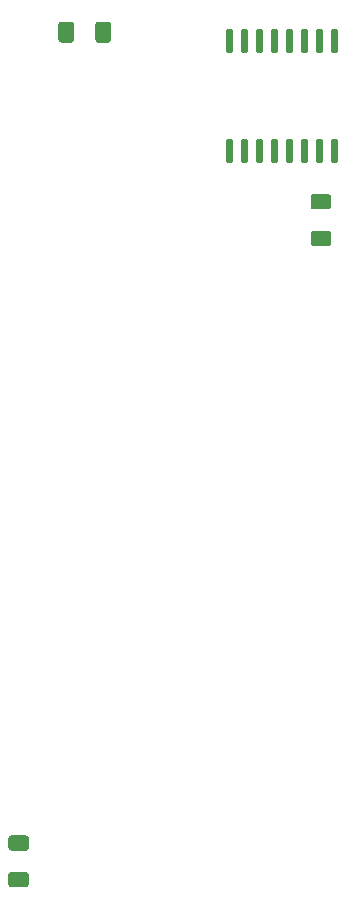
<source format=gbr>
%TF.GenerationSoftware,KiCad,Pcbnew,(5.1.12)-1*%
%TF.CreationDate,2023-05-17T18:58:12-04:00*%
%TF.ProjectId,Final_Design,46696e61-6c5f-4446-9573-69676e2e6b69,rev?*%
%TF.SameCoordinates,Original*%
%TF.FileFunction,Paste,Bot*%
%TF.FilePolarity,Positive*%
%FSLAX46Y46*%
G04 Gerber Fmt 4.6, Leading zero omitted, Abs format (unit mm)*
G04 Created by KiCad (PCBNEW (5.1.12)-1) date 2023-05-17 18:58:12*
%MOMM*%
%LPD*%
G01*
G04 APERTURE LIST*
G04 APERTURE END LIST*
%TO.C,C1*%
G36*
G01*
X105500000Y-35149999D02*
X105500000Y-36450001D01*
G75*
G02*
X105250001Y-36700000I-249999J0D01*
G01*
X104424999Y-36700000D01*
G75*
G02*
X104175000Y-36450001I0J249999D01*
G01*
X104175000Y-35149999D01*
G75*
G02*
X104424999Y-34900000I249999J0D01*
G01*
X105250001Y-34900000D01*
G75*
G02*
X105500000Y-35149999I0J-249999D01*
G01*
G37*
G36*
G01*
X108625000Y-35149999D02*
X108625000Y-36450001D01*
G75*
G02*
X108375001Y-36700000I-249999J0D01*
G01*
X107549999Y-36700000D01*
G75*
G02*
X107300000Y-36450001I0J249999D01*
G01*
X107300000Y-35149999D01*
G75*
G02*
X107549999Y-34900000I249999J0D01*
G01*
X108375001Y-34900000D01*
G75*
G02*
X108625000Y-35149999I0J-249999D01*
G01*
G37*
%TD*%
%TO.C,4.7K*%
G36*
G01*
X101425000Y-105100000D02*
X100175000Y-105100000D01*
G75*
G02*
X99925000Y-104850000I0J250000D01*
G01*
X99925000Y-104050000D01*
G75*
G02*
X100175000Y-103800000I250000J0D01*
G01*
X101425000Y-103800000D01*
G75*
G02*
X101675000Y-104050000I0J-250000D01*
G01*
X101675000Y-104850000D01*
G75*
G02*
X101425000Y-105100000I-250000J0D01*
G01*
G37*
G36*
G01*
X101425000Y-108200000D02*
X100175000Y-108200000D01*
G75*
G02*
X99925000Y-107950000I0J250000D01*
G01*
X99925000Y-107150000D01*
G75*
G02*
X100175000Y-106900000I250000J0D01*
G01*
X101425000Y-106900000D01*
G75*
G02*
X101675000Y-107150000I0J-250000D01*
G01*
X101675000Y-107950000D01*
G75*
G02*
X101425000Y-108200000I-250000J0D01*
G01*
G37*
%TD*%
%TO.C,220*%
G36*
G01*
X125775000Y-52600000D02*
X127025000Y-52600000D01*
G75*
G02*
X127275000Y-52850000I0J-250000D01*
G01*
X127275000Y-53650000D01*
G75*
G02*
X127025000Y-53900000I-250000J0D01*
G01*
X125775000Y-53900000D01*
G75*
G02*
X125525000Y-53650000I0J250000D01*
G01*
X125525000Y-52850000D01*
G75*
G02*
X125775000Y-52600000I250000J0D01*
G01*
G37*
G36*
G01*
X125775000Y-49500000D02*
X127025000Y-49500000D01*
G75*
G02*
X127275000Y-49750000I0J-250000D01*
G01*
X127275000Y-50550000D01*
G75*
G02*
X127025000Y-50800000I-250000J0D01*
G01*
X125775000Y-50800000D01*
G75*
G02*
X125525000Y-50550000I0J250000D01*
G01*
X125525000Y-49750000D01*
G75*
G02*
X125775000Y-49500000I250000J0D01*
G01*
G37*
%TD*%
%TO.C,U6*%
G36*
G01*
X118505000Y-44825000D02*
X118805000Y-44825000D01*
G75*
G02*
X118955000Y-44975000I0J-150000D01*
G01*
X118955000Y-46725000D01*
G75*
G02*
X118805000Y-46875000I-150000J0D01*
G01*
X118505000Y-46875000D01*
G75*
G02*
X118355000Y-46725000I0J150000D01*
G01*
X118355000Y-44975000D01*
G75*
G02*
X118505000Y-44825000I150000J0D01*
G01*
G37*
G36*
G01*
X119775000Y-44825000D02*
X120075000Y-44825000D01*
G75*
G02*
X120225000Y-44975000I0J-150000D01*
G01*
X120225000Y-46725000D01*
G75*
G02*
X120075000Y-46875000I-150000J0D01*
G01*
X119775000Y-46875000D01*
G75*
G02*
X119625000Y-46725000I0J150000D01*
G01*
X119625000Y-44975000D01*
G75*
G02*
X119775000Y-44825000I150000J0D01*
G01*
G37*
G36*
G01*
X121045000Y-44825000D02*
X121345000Y-44825000D01*
G75*
G02*
X121495000Y-44975000I0J-150000D01*
G01*
X121495000Y-46725000D01*
G75*
G02*
X121345000Y-46875000I-150000J0D01*
G01*
X121045000Y-46875000D01*
G75*
G02*
X120895000Y-46725000I0J150000D01*
G01*
X120895000Y-44975000D01*
G75*
G02*
X121045000Y-44825000I150000J0D01*
G01*
G37*
G36*
G01*
X122315000Y-44825000D02*
X122615000Y-44825000D01*
G75*
G02*
X122765000Y-44975000I0J-150000D01*
G01*
X122765000Y-46725000D01*
G75*
G02*
X122615000Y-46875000I-150000J0D01*
G01*
X122315000Y-46875000D01*
G75*
G02*
X122165000Y-46725000I0J150000D01*
G01*
X122165000Y-44975000D01*
G75*
G02*
X122315000Y-44825000I150000J0D01*
G01*
G37*
G36*
G01*
X123585000Y-44825000D02*
X123885000Y-44825000D01*
G75*
G02*
X124035000Y-44975000I0J-150000D01*
G01*
X124035000Y-46725000D01*
G75*
G02*
X123885000Y-46875000I-150000J0D01*
G01*
X123585000Y-46875000D01*
G75*
G02*
X123435000Y-46725000I0J150000D01*
G01*
X123435000Y-44975000D01*
G75*
G02*
X123585000Y-44825000I150000J0D01*
G01*
G37*
G36*
G01*
X124855000Y-44825000D02*
X125155000Y-44825000D01*
G75*
G02*
X125305000Y-44975000I0J-150000D01*
G01*
X125305000Y-46725000D01*
G75*
G02*
X125155000Y-46875000I-150000J0D01*
G01*
X124855000Y-46875000D01*
G75*
G02*
X124705000Y-46725000I0J150000D01*
G01*
X124705000Y-44975000D01*
G75*
G02*
X124855000Y-44825000I150000J0D01*
G01*
G37*
G36*
G01*
X126125000Y-44825000D02*
X126425000Y-44825000D01*
G75*
G02*
X126575000Y-44975000I0J-150000D01*
G01*
X126575000Y-46725000D01*
G75*
G02*
X126425000Y-46875000I-150000J0D01*
G01*
X126125000Y-46875000D01*
G75*
G02*
X125975000Y-46725000I0J150000D01*
G01*
X125975000Y-44975000D01*
G75*
G02*
X126125000Y-44825000I150000J0D01*
G01*
G37*
G36*
G01*
X127395000Y-44825000D02*
X127695000Y-44825000D01*
G75*
G02*
X127845000Y-44975000I0J-150000D01*
G01*
X127845000Y-46725000D01*
G75*
G02*
X127695000Y-46875000I-150000J0D01*
G01*
X127395000Y-46875000D01*
G75*
G02*
X127245000Y-46725000I0J150000D01*
G01*
X127245000Y-44975000D01*
G75*
G02*
X127395000Y-44825000I150000J0D01*
G01*
G37*
G36*
G01*
X127395000Y-35525000D02*
X127695000Y-35525000D01*
G75*
G02*
X127845000Y-35675000I0J-150000D01*
G01*
X127845000Y-37425000D01*
G75*
G02*
X127695000Y-37575000I-150000J0D01*
G01*
X127395000Y-37575000D01*
G75*
G02*
X127245000Y-37425000I0J150000D01*
G01*
X127245000Y-35675000D01*
G75*
G02*
X127395000Y-35525000I150000J0D01*
G01*
G37*
G36*
G01*
X126125000Y-35525000D02*
X126425000Y-35525000D01*
G75*
G02*
X126575000Y-35675000I0J-150000D01*
G01*
X126575000Y-37425000D01*
G75*
G02*
X126425000Y-37575000I-150000J0D01*
G01*
X126125000Y-37575000D01*
G75*
G02*
X125975000Y-37425000I0J150000D01*
G01*
X125975000Y-35675000D01*
G75*
G02*
X126125000Y-35525000I150000J0D01*
G01*
G37*
G36*
G01*
X124855000Y-35525000D02*
X125155000Y-35525000D01*
G75*
G02*
X125305000Y-35675000I0J-150000D01*
G01*
X125305000Y-37425000D01*
G75*
G02*
X125155000Y-37575000I-150000J0D01*
G01*
X124855000Y-37575000D01*
G75*
G02*
X124705000Y-37425000I0J150000D01*
G01*
X124705000Y-35675000D01*
G75*
G02*
X124855000Y-35525000I150000J0D01*
G01*
G37*
G36*
G01*
X123585000Y-35525000D02*
X123885000Y-35525000D01*
G75*
G02*
X124035000Y-35675000I0J-150000D01*
G01*
X124035000Y-37425000D01*
G75*
G02*
X123885000Y-37575000I-150000J0D01*
G01*
X123585000Y-37575000D01*
G75*
G02*
X123435000Y-37425000I0J150000D01*
G01*
X123435000Y-35675000D01*
G75*
G02*
X123585000Y-35525000I150000J0D01*
G01*
G37*
G36*
G01*
X122315000Y-35525000D02*
X122615000Y-35525000D01*
G75*
G02*
X122765000Y-35675000I0J-150000D01*
G01*
X122765000Y-37425000D01*
G75*
G02*
X122615000Y-37575000I-150000J0D01*
G01*
X122315000Y-37575000D01*
G75*
G02*
X122165000Y-37425000I0J150000D01*
G01*
X122165000Y-35675000D01*
G75*
G02*
X122315000Y-35525000I150000J0D01*
G01*
G37*
G36*
G01*
X121045000Y-35525000D02*
X121345000Y-35525000D01*
G75*
G02*
X121495000Y-35675000I0J-150000D01*
G01*
X121495000Y-37425000D01*
G75*
G02*
X121345000Y-37575000I-150000J0D01*
G01*
X121045000Y-37575000D01*
G75*
G02*
X120895000Y-37425000I0J150000D01*
G01*
X120895000Y-35675000D01*
G75*
G02*
X121045000Y-35525000I150000J0D01*
G01*
G37*
G36*
G01*
X119775000Y-35525000D02*
X120075000Y-35525000D01*
G75*
G02*
X120225000Y-35675000I0J-150000D01*
G01*
X120225000Y-37425000D01*
G75*
G02*
X120075000Y-37575000I-150000J0D01*
G01*
X119775000Y-37575000D01*
G75*
G02*
X119625000Y-37425000I0J150000D01*
G01*
X119625000Y-35675000D01*
G75*
G02*
X119775000Y-35525000I150000J0D01*
G01*
G37*
G36*
G01*
X118505000Y-35525000D02*
X118805000Y-35525000D01*
G75*
G02*
X118955000Y-35675000I0J-150000D01*
G01*
X118955000Y-37425000D01*
G75*
G02*
X118805000Y-37575000I-150000J0D01*
G01*
X118505000Y-37575000D01*
G75*
G02*
X118355000Y-37425000I0J150000D01*
G01*
X118355000Y-35675000D01*
G75*
G02*
X118505000Y-35525000I150000J0D01*
G01*
G37*
%TD*%
M02*

</source>
